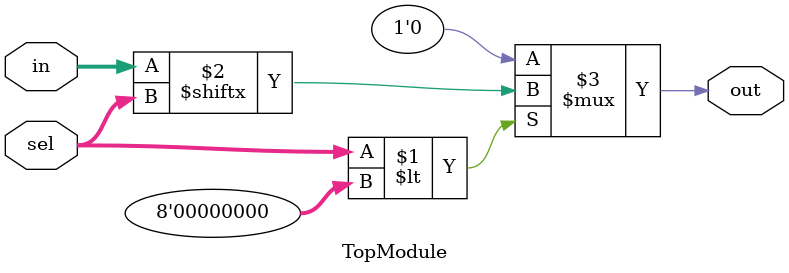
<source format=sv>
module TopModule (
    input logic [255:0] in,
    input logic [7:0] sel,
    output logic out
);
    assign out = (sel < 8'd256) ? in[sel] : 1'b0;
endmodule
</source>
